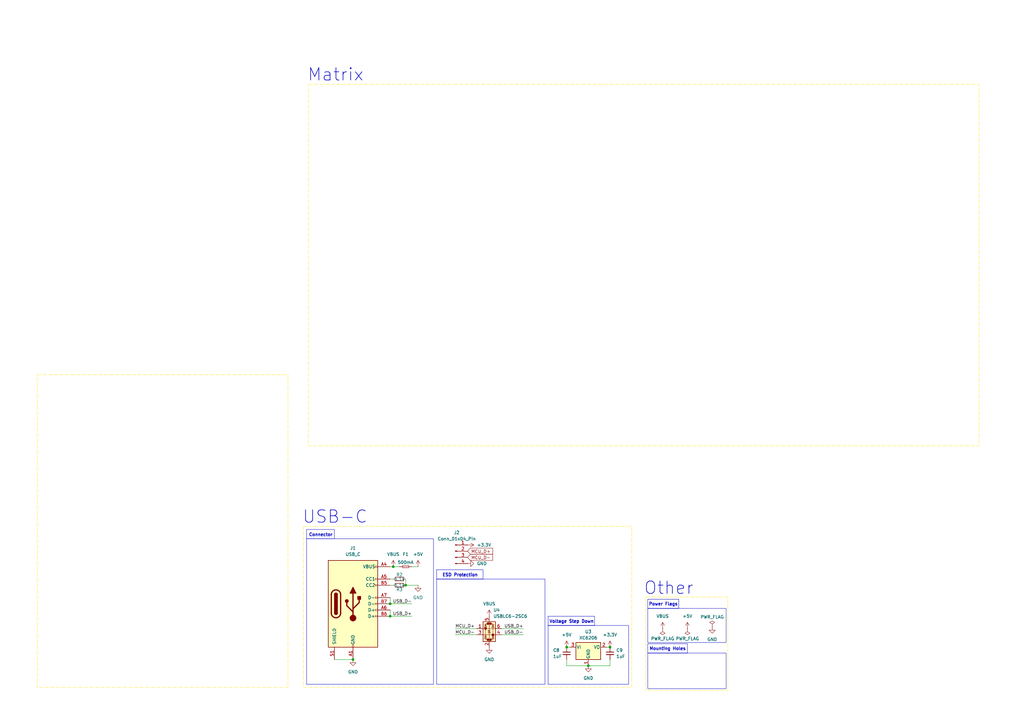
<source format=kicad_sch>
(kicad_sch (version 20231120) (generator "eeschema") (generator_version "8.0")
  (paper "A3")
  (title_block (rev "V1.0.0"))
  (lib_symbols
    (symbol "Connector:Conn_01x04_Pin" (pin_names (offset 1.016) hide)
      (property "Reference" "J" (at 0 5.08 0))
      (property "Value" "Conn_01x04_Pin" (at 0 -7.62 0))
      (symbol "Conn_01x04_Pin_1_1"
        (polyline (pts (xy 1.27 -5.08) (xy 0.8636 -5.08)) (stroke (width 0.1524)))
        (polyline (pts (xy 1.27 -2.54) (xy 0.8636 -2.54)) (stroke (width 0.1524)))
        (polyline (pts (xy 1.27 0) (xy 0.8636 0)) (stroke (width 0.1524)))
        (polyline (pts (xy 1.27 2.54) (xy 0.8636 2.54)) (stroke (width 0.1524)))
        (rectangle (start 0.8636 -4.953) (end 0 -5.207) (stroke (width 0.1524)) (fill (type outline)))
        (rectangle (start 0.8636 -2.413) (end 0 -2.667) (stroke (width 0.1524)) (fill (type outline)))
        (rectangle (start 0.8636 0.127) (end 0 -0.127) (stroke (width 0.1524)) (fill (type outline)))
        (rectangle (start 0.8636 2.667) (end 0 2.413) (stroke (width 0.1524)) (fill (type outline)))
        (pin passive line (at 5.08 2.54 180) (length 3.81) (name "Pin_1") (number "1"))
        (pin passive line (at 5.08 0 180) (length 3.81) (name "Pin_2") (number "2"))
        (pin passive line (at 5.08 -2.54 180) (length 3.81) (name "Pin_3") (number "3"))
        (pin passive line (at 5.08 -5.08 180) (length 3.81) (name "Pin_4") (number "4"))
      )
    )
    (symbol "Connector:USB_C_Receptacle_USB2.0_14P" (pin_names (offset 1.016))
      (property "Reference" "J" (at 0 22.225 0))
      (property "Value" "USB_C_Receptacle_USB2.0_14P" (at 0 19.685 0))
      (symbol "USB_C_Receptacle_USB2.0_14P_0_0"
        (rectangle (start -0.254 -17.78) (end 0.254 -16.764))
        (rectangle (start 10.16 -4.826) (end 9.144 -5.334))
        (rectangle (start 10.16 -2.286) (end 9.144 -2.794))
        (rectangle (start 10.16 0.254) (end 9.144 -0.254))
        (rectangle (start 10.16 2.794) (end 9.144 2.286))
        (rectangle (start 10.16 7.874) (end 9.144 7.366))
        (rectangle (start 10.16 10.414) (end 9.144 9.906))
        (rectangle (start 10.16 15.494) (end 9.144 14.986))
      )
      (symbol "USB_C_Receptacle_USB2.0_14P_0_1"
        (rectangle (start -10.16 17.78) (end 10.16 -17.78) (stroke (width 0.254)) (fill (type background)))
        (arc (start -8.89 -3.81) (mid -6.985 -5.7067) (end -5.08 -3.81) (stroke (width 0.508)))
        (arc (start -7.62 -3.81) (mid -6.985 -4.4423) (end -6.35 -3.81) (stroke (width 0.254)))
        (arc (start -7.62 -3.81) (mid -6.985 -4.4423) (end -6.35 -3.81) (stroke (width 0.254)) (fill (type outline)))
        (rectangle (start -7.62 -3.81) (end -6.35 3.81) (stroke (width 0.254)) (fill (type outline)))
        (arc (start -6.35 3.81) (mid -6.985 4.4423) (end -7.62 3.81) (stroke (width 0.254)))
        (arc (start -6.35 3.81) (mid -6.985 4.4423) (end -7.62 3.81) (stroke (width 0.254)) (fill (type outline)))
        (arc (start -5.08 3.81) (mid -6.985 5.7067) (end -8.89 3.81) (stroke (width 0.508)))
        (circle (center -2.54 1.143) (radius 0.635) (stroke (width 0.254)) (fill (type outline)))
        (circle (center 0 -5.842) (radius 1.27) (fill (type outline)))
        (polyline (pts (xy -8.89 -3.81) (xy -8.89 3.81)) (stroke (width 0.508)))
        (polyline (pts (xy -5.08 3.81) (xy -5.08 -3.81)) (stroke (width 0.508)))
        (polyline (pts (xy 0 -5.842) (xy 0 4.318)) (stroke (width 0.508)))
        (polyline (pts (xy 0 -3.302) (xy -2.54 -0.762) (xy -2.54 0.508)) (stroke (width 0.508)))
        (polyline (pts (xy 0 -2.032) (xy 2.54 0.508) (xy 2.54 1.778)) (stroke (width 0.508)))
        (polyline (pts (xy -1.27 4.318) (xy 0 6.858) (xy 1.27 4.318) (xy -1.27 4.318)) (stroke (width 0.254)) (fill (type outline)))
        (rectangle (start 1.905 1.778) (end 3.175 3.048) (stroke (width 0.254)) (fill (type outline)))
      )
      (symbol "USB_C_Receptacle_USB2.0_14P_1_1"
        (pin passive line (at 0 -22.86 90) (length 5.08) (name "GND") (number "A1"))
        (pin passive line (at 0 -22.86 90) (length 5.08) hide (name "GND") (number "A12"))
        (pin passive line (at 15.24 15.24 180) (length 5.08) (name "VBUS") (number "A4"))
        (pin bidirectional line (at 15.24 10.16 180) (length 5.08) (name "CC1") (number "A5"))
        (pin bidirectional line (at 15.24 -2.54 180) (length 5.08) (name "D+") (number "A6"))
        (pin bidirectional line (at 15.24 2.54 180) (length 5.08) (name "D-") (number "A7"))
        (pin passive line (at 15.24 15.24 180) (length 5.08) hide (name "VBUS") (number "A9"))
        (pin passive line (at 0 -22.86 90) (length 5.08) hide (name "GND") (number "B1"))
        (pin passive line (at 0 -22.86 90) (length 5.08) hide (name "GND") (number "B12"))
        (pin passive line (at 15.24 15.24 180) (length 5.08) hide (name "VBUS") (number "B4"))
        (pin bidirectional line (at 15.24 7.62 180) (length 5.08) (name "CC2") (number "B5"))
        (pin bidirectional line (at 15.24 -5.08 180) (length 5.08) (name "D+") (number "B6"))
        (pin bidirectional line (at 15.24 0 180) (length 5.08) (name "D-") (number "B7"))
        (pin passive line (at 15.24 15.24 180) (length 5.08) hide (name "VBUS") (number "B9"))
        (pin passive line (at -7.62 -22.86 90) (length 5.08) (name "SHIELD") (number "S1"))
      )
    )
    (symbol "Device:C_Small" (pin_numbers hide) (pin_names (offset 0.254) hide)
      (property "Reference" "C" (at 0.254 1.778 0))
      (property "Value" "C_Small" (at 0.254 -2.032 0))
      (symbol "C_Small_0_1"
        (polyline (pts (xy -1.524 -0.508) (xy 1.524 -0.508)) (stroke (width 0.3302)))
        (polyline (pts (xy -1.524 0.508) (xy 1.524 0.508)) (stroke (width 0.3048)))
      )
      (symbol "C_Small_1_1"
        (pin passive line (at 0 2.54 270) (length 2.032) (name "~") (number "1"))
        (pin passive line (at 0 -2.54 90) (length 2.032) (name "~") (number "2"))
      )
    )
    (symbol "Device:Fuse_Small" (pin_numbers hide) (pin_names (offset 0.254) hide)
      (property "Reference" "F" (at 0 -1.524 0))
      (property "Value" "Fuse_Small" (at 0 1.524 0))
      (symbol "Fuse_Small_0_1"
        (rectangle (start -1.27 0.508) (end 1.27 -0.508))
        (polyline (pts (xy -1.27 0) (xy 1.27 0)))
      )
      (symbol "Fuse_Small_1_1"
        (pin passive line (at -2.54 0 0) (length 1.27) (name "~") (number "1"))
        (pin passive line (at 2.54 0 180) (length 1.27) (name "~") (number "2"))
      )
    )
    (symbol "Device:R_Small" (pin_numbers hide) (pin_names (offset 0.254) hide)
      (property "Reference" "R" (at 0.762 0.508 0))
      (property "Value" "R_Small" (at 0.762 -1.016 0))
      (symbol "R_Small_0_1"
        (rectangle (start -0.762 1.778) (end 0.762 -1.778) (stroke (width 0.2032)))
      )
      (symbol "R_Small_1_1"
        (pin passive line (at 0 2.54 270) (length 0.762) (name "~") (number "1"))
        (pin passive line (at 0 -2.54 90) (length 0.762) (name "~") (number "2"))
      )
    )
    (symbol "Power_Protection:USBLC6-2SC6" (pin_names hide)
      (property "Reference" "U" (at 0.635 5.715 0))
      (property "Value" "USBLC6-2SC6" (at 0.635 3.81 0))
      (symbol "USBLC6-2SC6_0_0"
        (circle (center -1.524 0) (radius 0.0001) (stroke (width 0.508)))
        (circle (center -0.508 -4.572) (radius 0.0001) (stroke (width 0.508)))
        (circle (center -0.508 2.032) (radius 0.0001) (stroke (width 0.508)))
        (circle (center 0.508 -4.572) (radius 0.0001) (stroke (width 0.508)))
        (circle (center 0.508 2.032) (radius 0.0001) (stroke (width 0.508)))
        (circle (center 1.524 -2.54) (radius 0.0001) (stroke (width 0.508)))
      )
      (symbol "USBLC6-2SC6_0_1"
        (polyline (pts (xy -2.54 -2.54) (xy 2.54 -2.54)))
        (polyline (pts (xy -2.54 0) (xy 2.54 0)))
        (polyline (pts (xy -2.032 -3.048) (xy -1.016 -3.048)))
        (polyline (pts (xy -1.016 1.524) (xy -2.032 1.524)))
        (polyline (pts (xy 1.016 -3.048) (xy 2.032 -3.048)))
        (polyline (pts (xy 1.016 1.524) (xy 2.032 1.524)))
        (polyline (pts (xy -0.508 -1.143) (xy -0.508 -0.762) (xy 0.508 -0.762)))
        (polyline (pts (xy -2.032 0.508) (xy -1.016 0.508) (xy -1.524 1.524) (xy -2.032 0.508)))
        (polyline (pts (xy -1.016 -4.064) (xy -2.032 -4.064) (xy -1.524 -3.048) (xy -1.016 -4.064)))
        (polyline (pts (xy 0.508 -1.778) (xy -0.508 -1.778) (xy 0 -0.762) (xy 0.508 -1.778)))
        (polyline (pts (xy 2.032 -4.064) (xy 1.016 -4.064) (xy 1.524 -3.048) (xy 2.032 -4.064)))
        (polyline (pts (xy 2.032 0.508) (xy 1.016 0.508) (xy 1.524 1.524) (xy 2.032 0.508)))
        (polyline (pts (xy 0 2.54) (xy -0.508 2.032) (xy 0.508 2.032) (xy 0 1.524) (xy 0 -4.064) (xy -0.508 -4.572) (xy 0.508 -4.572) (xy 0 -5.08)))
      )
      (symbol "USBLC6-2SC6_1_1"
        (rectangle (start -2.54 2.794) (end 2.54 -5.334) (stroke (width 0.254)) (fill (type background)))
        (polyline (pts (xy -0.508 2.032) (xy -1.524 2.032) (xy -1.524 -4.572) (xy -0.508 -4.572)))
        (polyline (pts (xy 0.508 -4.572) (xy 1.524 -4.572) (xy 1.524 2.032) (xy 0.508 2.032)))
        (pin passive line (at -5.08 0 0) (length 2.54) (name "I/O1") (number "1"))
        (pin passive line (at 0 -7.62 90) (length 2.54) (name "GND") (number "2"))
        (pin passive line (at -5.08 -2.54 0) (length 2.54) (name "I/O2") (number "3"))
        (pin passive line (at 5.08 -2.54 180) (length 2.54) (name "I/O2") (number "4"))
        (pin passive line (at 0 5.08 270) (length 2.54) (name "VBUS") (number "5"))
        (pin passive line (at 5.08 0 180) (length 2.54) (name "I/O1") (number "6"))
      )
    )
    (symbol "Regulator_Linear:XC6206PxxxMR" (pin_names (offset 0.254))
      (property "Reference" "U" (at -3.81 3.175 0))
      (property "Value" "XC6206PxxxMR" (at 0 3.175 0))
      (symbol "XC6206PxxxMR_0_1"
        (rectangle (start -5.08 1.905) (end 5.08 -5.08) (stroke (width 0.254)) (fill (type background)))
      )
      (symbol "XC6206PxxxMR_1_1"
        (pin power_in line (at 0 -7.62 90) (length 2.54) (name "GND") (number "1"))
        (pin power_out line (at 7.62 0 180) (length 2.54) (name "VO") (number "2"))
        (pin power_in line (at -7.62 0 0) (length 2.54) (name "VI") (number "3"))
      )
    )
    (symbol "power:+3.3V" (power) (pin_numbers hide) (pin_names (offset 0) hide)
      (property "Value" "+3.3V" (at 0 3.556 0))
      (symbol "+3.3V_0_1"
        (polyline (pts (xy -0.762 1.27) (xy 0 2.54)))
        (polyline (pts (xy 0 0) (xy 0 2.54)))
        (polyline (pts (xy 0 2.54) (xy 0.762 1.27)))
      )
      (symbol "+3.3V_1_1"
        (pin power_in line (at 0 0 90) (length 0) (name "~") (number "1"))
      )
    )
    (symbol "power:+5V" (power) (pin_numbers hide) (pin_names (offset 0) hide)
      (property "Value" "+5V" (at 0 3.556 0))
      (symbol "+5V_0_1"
        (polyline (pts (xy -0.762 1.27) (xy 0 2.54)))
        (polyline (pts (xy 0 0) (xy 0 2.54)))
        (polyline (pts (xy 0 2.54) (xy 0.762 1.27)))
      )
      (symbol "+5V_1_1"
        (pin power_in line (at 0 0 90) (length 0) (name "~") (number "1"))
      )
    )
    (symbol "power:GND" (power) (pin_numbers hide) (pin_names (offset 0) hide)
      (property "Value" "GND" (at 0 -3.81 0))
      (symbol "GND_0_1"
        (polyline (pts (xy 0 0) (xy 0 -1.27) (xy 1.27 -1.27) (xy 0 -2.54) (xy -1.27 -1.27) (xy 0 -1.27)))
      )
      (symbol "GND_1_1"
        (pin power_in line (at 0 0 270) (length 0) (name "~") (number "1"))
      )
    )
    (symbol "power:PWR_FLAG" (power) (pin_numbers hide) (pin_names (offset 0) hide)
      (property "Value" "PWR_FLAG" (at 0 3.81 0))
      (symbol "PWR_FLAG_0_0"
        (pin power_out line (at 0 0 90) (length 0) (name "~") (number "1"))
      )
      (symbol "PWR_FLAG_0_1"
        (polyline (pts (xy 0 0) (xy 0 1.27) (xy -1.016 1.905) (xy 0 2.54) (xy 1.016 1.905) (xy 0 1.27)))
      )
    )
    (symbol "power:VBUS" (power) (pin_numbers hide) (pin_names (offset 0) hide)
      (property "Value" "VBUS" (at 0 3.556 0))
      (symbol "VBUS_0_1"
        (polyline (pts (xy -0.762 1.27) (xy 0 2.54)))
        (polyline (pts (xy 0 0) (xy 0 2.54)))
        (polyline (pts (xy 0 2.54) (xy 0.762 1.27)))
      )
      (symbol "VBUS_1_1"
        (pin power_in line (at 0 0 90) (length 0) (name "~") (number "1"))
      )
    )
  )
  (junction (at 161.29 232.41))
  (junction (at 232.41 265.43))
  (junction (at 144.78 270.51))
  (junction (at 160.02 247.65))
  (junction (at 160.02 252.73))
  (junction (at 166.37 240.03))
  (junction (at 241.3 273.05))
  (junction (at 250.19 265.43))
  (wire (pts (xy 160.02 250.19) (xy 160.02 252.73)))
  (wire (pts (xy 160.02 232.41) (xy 161.29 232.41)))
  (wire (pts (xy 248.92 265.43) (xy 250.19 265.43)))
  (wire (pts (xy 137.16 270.51) (xy 144.78 270.51)))
  (wire (pts (xy 166.37 237.49) (xy 166.37 240.03)))
  (wire (pts (xy 160.02 245.11) (xy 160.02 247.65)))
  (wire (pts (xy 168.91 232.41) (xy 171.45 232.41)))
  (wire (pts (xy 241.3 273.05) (xy 250.19 273.05)))
  (wire (pts (xy 160.02 237.49) (xy 161.29 237.49)))
  (wire (pts (xy 250.19 270.51) (xy 250.19 273.05)))
  (wire (pts (xy 232.41 265.43) (xy 233.68 265.43)))
  (wire (pts (xy 186.69 257.81) (xy 195.58 257.81)))
  (wire (pts (xy 161.29 232.41) (xy 163.83 232.41)))
  (wire (pts (xy 214.63 260.35) (xy 205.74 260.35)))
  (wire (pts (xy 186.69 260.35) (xy 195.58 260.35)))
  (wire (pts (xy 214.63 257.81) (xy 205.74 257.81)))
  (wire (pts (xy 232.41 273.05) (xy 241.3 273.05)))
  (wire (pts (xy 168.91 247.65) (xy 160.02 247.65)))
  (wire (pts (xy 168.91 252.73) (xy 160.02 252.73)))
  (wire (pts (xy 232.41 270.51) (xy 232.41 273.05)))
  (wire (pts (xy 160.02 240.03) (xy 161.29 240.03)))
  (wire (pts (xy 166.37 240.03) (xy 171.45 240.03)))
  (rectangle (start 179.07 237.49) (end 223.52 280.67))
  (rectangle (start 125.73 217.17) (end 137.16 220.98))
  (rectangle (start 265.684 264.033) (end 281.94 267.843))
  (rectangle (start 224.79 256.54) (end 257.81 280.67))
  (rectangle (start 15.24 153.67) (end 118.11 281.94) (stroke (width 0) (type dash) (color 255 229 36 1)))
  (rectangle (start 265.684 245.745) (end 278.384 249.555))
  (rectangle (start 124.46 215.9) (end 259.08 281.94) (stroke (width 0) (type dash) (color 255 229 36 1)))
  (rectangle (start 265.684 267.843) (end 297.815 282.448))
  (rectangle (start 264.922 244.856) (end 298.45 283.21) (stroke (width 0) (type dash) (color 255 229 36 1)))
  (rectangle (start 224.79 252.73) (end 243.84 256.54))
  (rectangle (start 179.07 233.68) (end 198.12 237.49))
  (rectangle (start 126.492 34.544) (end 401.574 182.88) (stroke (width 0) (type dash) (color 255 229 36 1)))
  (rectangle (start 125.73 220.98) (end 177.8 280.67))
  (rectangle (start 265.684 249.555) (end 297.815 263.525))
  (text "USB-C\n" (at 137.414 212.09 0) (effects (font (size 5.08 5.08) (thickness 0.254) (bold yes))))
  (text "Mounting Holes" (at 273.812 266.192 0) (effects (font (size 1.27 1.27) (thickness 0.254) (bold yes))))
  (text "ESD Protection" (at 188.722 235.966 0) (effects (font (size 1.27 1.27) (thickness 0.254) (bold yes))))
  (text "Power Flags" (at 272.034 247.904 0) (effects (font (size 1.27 1.27) (thickness 0.254) (bold yes))))
  (text "Voltage Step Down" (at 234.442 255.016 0) (effects (font (size 1.27 1.27) (thickness 0.254) (bold yes))))
  (text "Other" (at 274.32 241.3 0) (effects (font (size 5.08 5.08) (thickness 0.254) (bold yes))))
  (text "Matrix" (at 137.668 30.734 0) (effects (font (size 5.08 5.08) (thickness 0.254) (bold yes))))
  (text "Connector\n" (at 131.572 219.456 0) (effects (font (size 1.27 1.27) (thickness 0.254) (bold yes))))
  (label "USB_D+" (at 168.91 252.73 180))
  (label "USB_D-" (at 168.91 247.65 180))
  (label "MCU_D-" (at 186.69 260.35 0))
  (label "USB_D-" (at 214.63 260.35 180))
  (label "MCU_D+" (at 186.69 257.81 0))
  (label "USB_D+" (at 214.63 257.81 180))
  (global_label "MCU_D-" (shape input) (at 191.77 228.6 0) (property "Intersheetrefs" "${INTERSHEET_REFS}" (effects (hide yes))))
  (global_label "MCU_D+" (shape input) (at 191.77 226.06 0) (property "Intersheetrefs" "${INTERSHEET_REFS}" (effects (hide yes))))
  (symbol (lib_id "power:+3.3V") (at 191.77 223.52 270) (unit 1)
    (property "Reference" "#PWR01" (effects (hide yes)))
    (property "Value" "+3.3V" (at 195.58 223.5199 90) (effects (justify left)))
    (property "Description" "Power symbol creates a global label with name \"+3.3V\"" (effects (hide yes)))
  )
  (symbol (lib_id "Regulator_Linear:XC6206PxxxMR") (at 241.3 265.43 0) (unit 1)
    (property "Reference" "U3" (at 241.3 259.08 0))
    (property "Value" "XC6206" (at 241.3 261.62 0))
    (property "Footprint" "ScottoKeebs_Components:Voltage_SOT-23" (effects (hide yes)))
    (property "Datasheet" "https://www.torexsemi.com/file/xc6206/XC6206.pdf" (effects (hide yes)))
    (property "Description" "Positive 60-250mA Low Dropout Regulator, Fixed Output, SOT-23" (effects (hide yes)))
    (property "LCSC" "C5446" (effects (hide yes)))
    (property "JlcRotOffset" "180" (effects (hide yes)))
  )
  (symbol (lib_id "power:+5V") (at 171.45 232.41 0) (unit 1)
    (property "Reference" "#PWR010" (effects (hide yes)))
    (property "Value" "+5V" (at 171.45 227.33 0))
    (property "Description" "Power symbol creates a global label with name \"+5V\"" (effects (hide yes)))
  )
  (symbol (lib_id "power:+5V") (at 232.41 265.43 0) (unit 1)
    (property "Reference" "#PWR016" (effects (hide yes)))
    (property "Value" "+5V" (at 232.41 260.35 0))
    (property "Description" "Power symbol creates a global label with name \"+5V\"" (effects (hide yes)))
  )
  (symbol (lib_id "Power_Protection:USBLC6-2SC6") (at 200.66 257.81 0) (unit 1)
    (property "Reference" "U4" (at 202.3111 250.19 0) (effects (justify left)))
    (property "Value" "USBLC6-2SC6" (at 202.3111 252.73 0) (effects (justify left)))
    (property "Footprint" "ScottoKeebs_Components:ESD_SOT-23-6" (effects (hide yes)))
    (property "Datasheet" "https://www.st.com/resource/en/datasheet/usblc6-2.pdf" (effects (hide yes)))
    (property "Description" "Very low capacitance ESD protection diode, 2 data-line, SOT-23-6" (effects (hide yes)))
    (property "LCSC" "C2827654" (effects (hide yes)))
    (property "JlcRotOffset" "-90" (effects (hide yes)))
  )
  (symbol (lib_id "power:+5V") (at 281.94 257.81 0) (unit 1)
    (property "Reference" "#PWR019" (effects (hide yes)))
    (property "Value" "+5V" (at 281.94 252.73 0))
    (property "Description" "Power symbol creates a global label with name \"+5V\"" (effects (hide yes)))
  )
  (symbol (lib_id "Device:C_Small") (at 232.41 267.97 0) (unit 1)
    (property "Reference" "C8" (at 226.822 266.7 0) (effects (justify left)))
    (property "Value" "1uF" (at 226.822 269.24 0) (effects (justify left)))
    (property "Footprint" "ScottoKeebs_Components:Capacitor_0402" (effects (hide yes)))
    (property "Description" "Unpolarized capacitor, small symbol" (effects (hide yes)))
    (property "LCSC" "C52923" (effects (hide yes)))
  )
  (symbol (lib_id "power:GND") (at 144.78 270.51 0) (unit 1)
    (property "Reference" "#PWR08" (effects (hide yes)))
    (property "Value" "GND" (at 144.78 275.59 0))
    (property "Description" "Power symbol creates a global label with name \"GND\" , ground" (effects (hide yes)))
  )
  (symbol (lib_id "power:PWR_FLAG") (at 292.1 257.175 0) (unit 1)
    (property "Reference" "#FLG01" (effects (hide yes)))
    (property "Value" "PWR_FLAG" (at 292.1 253.0419 0))
    (property "Description" "Special symbol for telling ERC where power comes from" (effects (hide yes)))
  )
  (symbol (lib_id "power:GND") (at 241.3 273.05 0) (unit 1)
    (property "Reference" "#PWR015" (effects (hide yes)))
    (property "Value" "GND" (at 241.3 278.13 0))
    (property "Description" "Power symbol creates a global label with name \"GND\" , ground" (effects (hide yes)))
  )
  (symbol (lib_id "power:GND") (at 191.77 231.14 90) (unit 1)
    (property "Reference" "#PWR02" (effects (hide yes)))
    (property "Value" "GND" (at 195.58 231.1399 90) (effects (justify right)))
    (property "Description" "Power symbol creates a global label with name \"GND\" , ground" (effects (hide yes)))
  )
  (symbol (lib_id "power:VBUS") (at 271.78 257.81 0) (unit 1)
    (property "Reference" "#PWR018" (effects (hide yes)))
    (property "Value" "VBUS" (at 271.78 252.73 0))
    (property "Description" "Power symbol creates a global label with name \"VBUS\"" (effects (hide yes)))
  )
  (symbol (lib_id "power:GND") (at 292.1 257.175 0) (unit 1)
    (property "Reference" "#PWR017" (effects (hide yes)))
    (property "Value" "GND" (at 292.1 262.255 0))
    (property "Description" "Power symbol creates a global label with name \"GND\" , ground" (effects (hide yes)))
  )
  (symbol (lib_id "Device:R_Small") (at 163.83 240.03 90) (unit 1)
    (property "Reference" "R3" (at 163.83 241.808 90))
    (property "Value" "5.1k" (at 163.83 240.03 90))
    (property "Footprint" "ScottoKeebs_Components:Resistor_0402" (effects (hide yes)))
    (property "Description" "Resistor, small symbol" (effects (hide yes)))
    (property "LCSC" "C25905" (effects (hide yes)))
  )
  (symbol (lib_id "Connector:Conn_01x04_Pin") (at 186.69 226.06 0) (unit 1)
    (property "Reference" "J2" (at 187.325 218.44 0))
    (property "Value" "Conn_01x04_Pin" (at 187.325 220.98 0))
    (property "Footprint" "Connector_JST:JST_EH_B4B-EH-A_1x04_P2.50mm_Vertical" (effects (hide yes)))
    (property "Description" "Generic connector, single row, 01x04, script generated" (effects (hide yes)))
  )
  (symbol (lib_id "power:+3.3V") (at 250.19 265.43 0) (unit 1)
    (property "Reference" "#PWR014" (effects (hide yes)))
    (property "Value" "+3.3V" (at 250.19 260.35 0))
    (property "Description" "Power symbol creates a global label with name \"+3.3V\"" (effects (hide yes)))
  )
  (symbol (lib_id "power:PWR_FLAG") (at 271.78 257.81 180) (unit 1)
    (property "Reference" "#FLG02" (effects (hide yes)))
    (property "Value" "PWR_FLAG" (at 271.78 261.9431 0))
    (property "Description" "Special symbol for telling ERC where power comes from" (effects (hide yes)))
  )
  (symbol (lib_id "power:GND") (at 200.66 265.43 0) (unit 1)
    (property "Reference" "#PWR013" (effects (hide yes)))
    (property "Value" "GND" (at 200.66 270.51 0))
    (property "Description" "Power symbol creates a global label with name \"GND\" , ground" (effects (hide yes)))
  )
  (symbol (lib_id "Device:R_Small") (at 163.83 237.49 90) (unit 1)
    (property "Reference" "R2" (at 163.83 235.712 90))
    (property "Value" "5.1k" (at 163.83 237.49 90))
    (property "Footprint" "ScottoKeebs_Components:Resistor_0402" (effects (hide yes)))
    (property "Description" "Resistor, small symbol" (effects (hide yes)))
    (property "LCSC" "C25905" (effects (hide yes)))
  )
  (symbol (lib_id "Device:Fuse_Small") (at 166.37 232.41 0) (unit 1)
    (property "Reference" "F1" (at 166.37 227.33 0))
    (property "Value" "500mA" (at 166.37 230.632 0))
    (property "Footprint" "ScottoKeebs_Components:Fuse_0603" (effects (hide yes)))
    (property "Description" "Fuse, small symbol" (effects (hide yes)))
    (property "LCSC" "C210357" (effects (hide yes)))
  )
  (symbol (lib_id "power:VBUS") (at 200.66 252.73 0) (unit 1)
    (property "Reference" "#PWR012" (effects (hide yes)))
    (property "Value" "VBUS" (at 200.66 247.65 0))
    (property "Description" "Power symbol creates a global label with name \"VBUS\"" (effects (hide yes)))
  )
  (symbol (lib_id "power:VBUS") (at 161.29 232.41 0) (unit 1)
    (property "Reference" "#PWR09" (effects (hide yes)))
    (property "Value" "VBUS" (at 161.29 227.33 0))
    (property "Description" "Power symbol creates a global label with name \"VBUS\"" (effects (hide yes)))
  )
  (symbol (lib_id "Connector:USB_C_Receptacle_USB2.0_14P") (at 144.78 247.65 0) (unit 1)
    (property "Reference" "J1" (at 144.78 224.79 0))
    (property "Value" "USB_C" (at 144.78 227.33 0))
    (property "Footprint" "ScottoKeebs_Components:USB_C_HRO_TYPE-C-31-M-12" (effects (hide yes)))
    (property "Datasheet" "https://www.usb.org/sites/default/files/documents/usb_type-c.zip" (effects (hide yes)))
    (property "Description" "USB 2.0-only 14P Type-C Receptacle connector" (effects (hide yes)))
    (property "LCSC" "C165948" (effects (hide yes)))
  )
  (symbol (lib_id "Device:C_Small") (at 250.19 267.97 0) (unit 1)
    (property "Reference" "C9" (at 252.73 266.7062 0) (effects (justify left)))
    (property "Value" "1uF" (at 252.73 269.2462 0) (effects (justify left)))
    (property "Footprint" "ScottoKeebs_Components:Capacitor_0402" (effects (hide yes)))
    (property "Description" "Unpolarized capacitor, small symbol" (effects (hide yes)))
    (property "LCSC" "C52923" (effects (hide yes)))
  )
  (symbol (lib_id "power:GND") (at 171.45 240.03 0) (unit 1)
    (property "Reference" "#PWR011" (effects (hide yes)))
    (property "Value" "GND" (at 171.45 245.11 0))
    (property "Description" "Power symbol creates a global label with name \"GND\" , ground" (effects (hide yes)))
  )
  (symbol (lib_id "power:PWR_FLAG") (at 281.94 257.81 180) (unit 1)
    (property "Reference" "#FLG03" (effects (hide yes)))
    (property "Value" "PWR_FLAG" (at 281.94 261.9431 0))
    (property "Description" "Special symbol for telling ERC where power comes from" (effects (hide yes)))
  )
)
</source>
